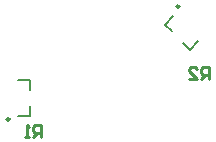
<source format=gbo>
G04 Layer_Color=32896*
%FSLAX25Y25*%
%MOIN*%
G70*
G01*
G75*
%ADD12C,0.01000*%
%ADD20C,0.00984*%
%ADD21C,0.00787*%
D12*
X31000Y6500D02*
Y10499D01*
X29001D01*
X28334Y9832D01*
Y8499D01*
X29001Y7833D01*
X31000D01*
X29667D02*
X28334Y6500D01*
X24336D02*
X27001D01*
X24336Y9166D01*
Y9832D01*
X25002Y10499D01*
X26335D01*
X27001Y9832D01*
X-25000Y-13000D02*
Y-9001D01*
X-26999D01*
X-27666Y-9668D01*
Y-11001D01*
X-26999Y-11667D01*
X-25000D01*
X-26333D02*
X-27666Y-13000D01*
X-28999D02*
X-30332D01*
X-29665D01*
Y-9001D01*
X-28999Y-9668D01*
D20*
X20996Y30526D02*
G03*
X20996Y30526I-492J0D01*
G01*
X-35630Y-7087D02*
G03*
X-35630Y-7087I-492J0D01*
G01*
D21*
X22244Y18347D02*
X24471Y16119D01*
X27255Y18903D01*
X16119Y24471D02*
X18347Y22244D01*
X16119Y24471D02*
X18903Y27255D01*
X-28740Y2756D02*
Y5906D01*
X-32677D02*
X-28740D01*
Y-5906D02*
Y-2756D01*
X-32677Y-5906D02*
X-28740D01*
M02*

</source>
